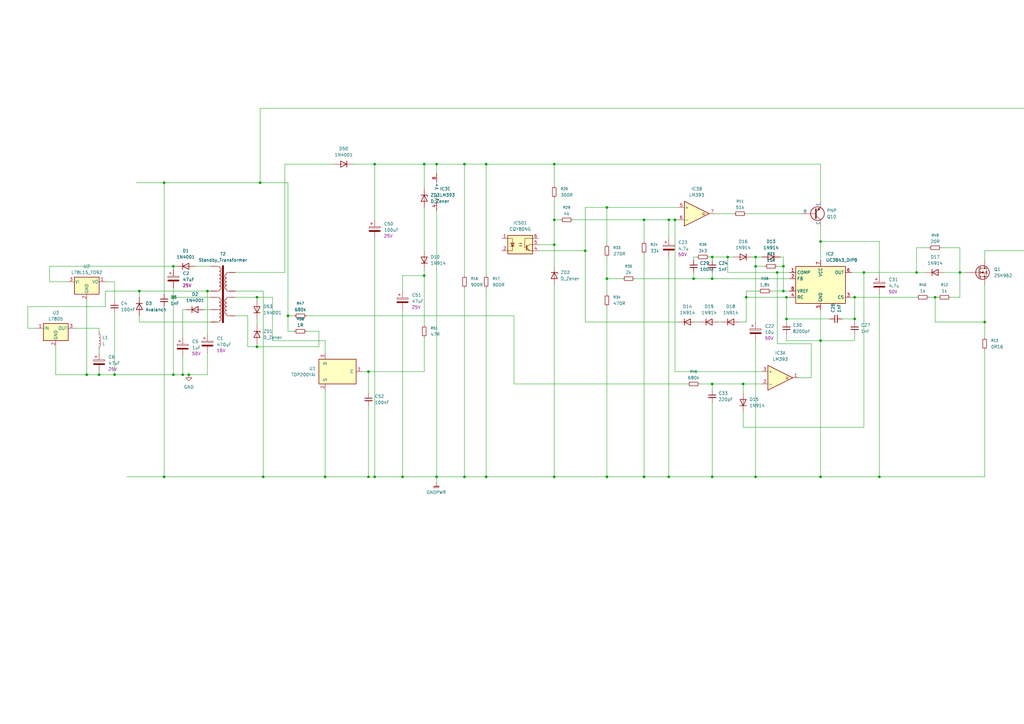
<source format=kicad_sch>
(kicad_sch (version 20250114) (generator "eeschema") (generator_version "9.0")
  (paper "A3")
  (junction (at 284.48 114.3))
  (junction (at 190.5 67.31))
  (junction (at 298.45 105.41))
  (junction (at 429.26 102.87))
  (junction (at 179.07 67.31))
  (junction (at 425.45 74.93))
  (junction (at 292.1 157.48))
  (junction (at 274.32 90.17))
  (junction (at 240.03 102.87))
  (junction (at 264.16 195.58))
  (junction (at 151.13 152.4))
  (junction (at 292.1 105.41))
  (junction (at 292.1 195.58))
  (junction (at 350.52 130.81))
  (junction (at 71.12 121.92))
  (junction (at 105.41 142.24))
  (junction (at 375.92 111.76))
  (junction (at 77.47 153.67))
  (junction (at 336.55 139.7))
  (junction (at 107.95 195.58))
  (junction (at 322.58 121.92))
  (junction (at 165.1 195.58))
  (junction (at 306.07 121.92))
  (junction (at 227.33 195.58))
  (junction (at 422.91 74.93))
  (junction (at 248.92 114.3))
  (junction (at 354.33 111.76))
  (junction (at 318.77 111.76))
  (junction (at 274.32 195.58))
  (junction (at 304.8 157.48))
  (junction (at 173.99 113.03))
  (junction (at 322.58 130.81))
  (junction (at 133.35 195.58))
  (junction (at 153.67 67.31))
  (junction (at 190.5 195.58))
  (junction (at 118.11 129.54))
  (junction (at 425.45 102.87))
  (junction (at 67.31 74.93))
  (junction (at 153.67 195.58))
  (junction (at 227.33 67.31))
  (junction (at 383.54 121.92))
  (junction (at 173.99 67.31))
  (junction (at 403.86 132.08))
  (junction (at 57.15 119.38))
  (junction (at 71.12 153.67))
  (junction (at 248.92 85.09))
  (junction (at 35.56 153.67))
  (junction (at 425.45 87.63))
  (junction (at 71.12 109.22))
  (junction (at 321.31 109.22))
  (junction (at 336.55 195.58))
  (junction (at 227.33 90.17))
  (junction (at 309.88 195.58))
  (junction (at 85.09 119.38))
  (junction (at 336.55 99.06))
  (junction (at 74.93 153.67))
  (junction (at 151.13 195.58))
  (junction (at 292.1 114.3))
  (junction (at 360.68 195.58))
  (junction (at 179.07 195.58))
  (junction (at 309.88 105.41))
  (junction (at 40.64 153.67))
  (junction (at 309.88 109.22))
  (junction (at 46.99 153.67))
  (junction (at 429.26 87.63))
  (junction (at 422.91 44.45))
  (junction (at 393.7 111.76))
  (junction (at 264.16 90.17))
  (junction (at 321.31 119.38))
  (junction (at 248.92 195.58))
  (junction (at 199.39 195.58))
  (junction (at 105.41 121.92))
  (junction (at 227.33 100.33))
  (junction (at 67.31 195.58))
  (junction (at 350.52 121.92))
  (junction (at 199.39 67.31))
  (junction (at 106.68 74.93))
  (junction (at 276.86 90.17))
  (wire (pts (xy 349.25 111.76) (xy 354.33 111.76)))
  (wire (pts (xy 322.58 121.92) (xy 322.58 130.81)))
  (wire (pts (xy 306.07 87.63) (xy 328.93 87.63)))
  (wire (pts (xy 80.01 109.22) (xy 86.36 109.22)))
  (wire (pts (xy 350.52 121.92) (xy 375.92 121.92)))
  (wire (pts (xy 354.33 111.76) (xy 375.92 111.76)))
  (wire (pts (xy 144.78 67.31) (xy 153.67 67.31)))
  (wire (pts (xy 240.03 102.87) (xy 220.98 102.87)))
  (wire (pts (xy 360.68 195.58) (xy 336.55 195.58)))
  (wire (pts (xy 403.86 132.08) (xy 403.86 138.43)))
  (wire (pts (xy 434.34 54.61) (xy 434.34 44.45)))
  (wire (pts (xy 313.69 109.22) (xy 309.88 109.22)))
  (wire (pts (xy 292.1 111.76) (xy 292.1 114.3)))
  (wire (pts (xy 71.12 118.11) (xy 71.12 121.92)))
  (wire (pts (xy 276.86 152.4) (xy 276.86 90.17)))
  (wire (pts (xy 287.02 157.48) (xy 292.1 157.48)))
  (wire (pts (xy 336.55 92.71) (xy 336.55 99.06)))
  (wire (pts (xy 403.86 195.58) (xy 360.68 195.58)))
  (wire (pts (xy 264.16 195.58) (xy 248.92 195.58)))
  (wire (pts (xy 96.52 119.38) (xy 107.95 119.38)))
  (wire (pts (xy 336.55 99.06) (xy 336.55 106.68)))
  (wire (pts (xy 67.31 74.93) (xy 67.31 120.65)))
  (wire (pts (xy 153.67 67.31) (xy 173.99 67.31)))
  (wire (pts (xy 422.91 44.45) (xy 422.91 74.93)))
  (wire (pts (xy 71.12 153.67) (xy 74.93 153.67)))
  (wire (pts (xy 227.33 100.33) (xy 220.98 100.33)))
  (wire (pts (xy 336.55 127) (xy 336.55 139.7)))
  (wire (pts (xy 57.15 129.54) (xy 57.15 132.08)))
  (wire (pts (xy 309.88 109.22) (xy 309.88 105.41)))
  (wire (pts (xy 383.54 121.92) (xy 384.81 121.92)))
  (wire (pts (xy 304.8 157.48) (xy 304.8 161.29)))
  (wire (pts (xy 274.32 105.41) (xy 274.32 195.58)))
  (wire (pts (xy 318.77 111.76) (xy 318.77 140.97)))
  (wire (pts (xy 96.52 129.54) (xy 101.6 129.54)))
  (wire (pts (xy 71.12 109.22) (xy 72.39 109.22)))
  (wire (pts (xy 20.32 109.22) (xy 20.32 115.57)))
  (wire (pts (xy 130.81 142.24) (xy 105.41 142.24)))
  (wire (pts (xy 284.48 114.3) (xy 292.1 114.3)))
  (wire (pts (xy 354.33 111.76) (xy 354.33 175.26)))
  (wire (pts (xy 292.1 195.58) (xy 309.88 195.58)))
  (wire (pts (xy 322.58 130.81) (xy 340.36 130.81)))
  (wire (pts (xy 321.31 109.22) (xy 321.31 119.38)))
  (wire (pts (xy 46.99 153.67) (xy 40.64 153.67)))
  (wire (pts (xy 179.07 195.58) (xy 179.07 86.36)))
  (wire (pts (xy 306.07 121.92) (xy 306.07 119.38)))
  (wire (pts (xy 298.45 105.41) (xy 292.1 105.41)))
  (wire (pts (xy 306.07 119.38) (xy 311.15 119.38)))
  (wire (pts (xy 292.1 105.41) (xy 292.1 106.68)))
  (wire (pts (xy 71.12 153.67) (xy 46.99 153.67)))
  (wire (pts (xy 120.65 135.89) (xy 118.11 135.89)))
  (wire (pts (xy 393.7 121.92) (xy 389.89 121.92)))
  (wire (pts (xy 304.8 157.48) (xy 292.1 157.48)))
  (wire (pts (xy 403.86 106.68) (xy 403.86 102.87)))
  (wire (pts (xy 309.88 109.22) (xy 309.88 132.08)))
  (wire (pts (xy 71.12 109.22) (xy 71.12 110.49)))
  (wire (pts (xy 309.88 105.41) (xy 312.42 105.41)))
  (wire (pts (xy 350.52 137.16) (xy 350.52 139.7)))
  (wire (pts (xy 332.74 140.97) (xy 332.74 154.94)))
  (wire (pts (xy 375.92 111.76) (xy 379.73 111.76)))
  (wire (pts (xy 429.26 102.87) (xy 433.07 102.87)))
  (wire (pts (xy 403.86 102.87) (xy 425.45 102.87)))
  (wire (pts (xy 308.61 105.41) (xy 309.88 105.41)))
  (wire (pts (xy 190.5 195.58) (xy 199.39 195.58)))
  (wire (pts (xy 264.16 90.17) (xy 264.16 99.06)))
  (wire (pts (xy 86.36 132.08) (xy 57.15 132.08)))
  (wire (pts (xy 165.1 195.58) (xy 179.07 195.58)))
  (wire (pts (xy 318.77 111.76) (xy 298.45 111.76)))
  (wire (pts (xy 40.64 143.51) (xy 40.64 144.78)))
  (wire (pts (xy 381 121.92) (xy 383.54 121.92)))
  (wire (pts (xy 360.68 120.65) (xy 360.68 195.58)))
  (wire (pts (xy 22.86 153.67) (xy 22.86 142.24)))
  (wire (pts (xy 227.33 81.28) (xy 227.33 90.17)))
  (wire (pts (xy 292.1 114.3) (xy 323.85 114.3)))
  (wire (pts (xy 96.52 111.76) (xy 116.84 111.76)))
  (wire (pts (xy 306.07 121.92) (xy 322.58 121.92)))
  (wire (pts (xy 116.84 67.31) (xy 137.16 67.31)))
  (wire (pts (xy 227.33 195.58) (xy 248.92 195.58)))
  (wire (pts (xy 105.41 142.24) (xy 101.6 142.24)))
  (wire (pts (xy 116.84 111.76) (xy 116.84 67.31)))
  (wire (pts (xy 85.09 153.67) (xy 85.09 144.78)))
  (wire (pts (xy 316.23 119.38) (xy 321.31 119.38)))
  (wire (pts (xy 360.68 99.06) (xy 360.68 113.03)))
  (wire (pts (xy 393.7 111.76) (xy 396.24 111.76)))
  (wire (pts (xy 393.7 111.76) (xy 393.7 121.92)))
  (wire (pts (xy 55.88 74.93) (xy 67.31 74.93)))
  (wire (pts (xy 111.76 121.92) (xy 111.76 139.7)))
  (wire (pts (xy 240.03 85.09) (xy 240.03 102.87)))
  (wire (pts (xy 321.31 105.41) (xy 321.31 109.22)))
  (wire (pts (xy 248.92 125.73) (xy 248.92 195.58)))
  (wire (pts (xy 381 101.6) (xy 375.92 101.6)))
  (wire (pts (xy 71.12 121.92) (xy 86.36 121.92)))
  (wire (pts (xy 287.02 132.08) (xy 285.75 132.08)))
  (wire (pts (xy 429.26 86.36) (xy 429.26 87.63)))
  (wire (pts (xy 284.48 105.41) (xy 284.48 106.68)))
  (wire (pts (xy 130.81 135.89) (xy 130.81 142.24)))
  (wire (pts (xy 312.42 157.48) (xy 304.8 157.48)))
  (wire (pts (xy 199.39 195.58) (xy 227.33 195.58)))
  (wire (pts (xy 303.53 132.08) (xy 306.07 132.08)))
  (wire (pts (xy 133.35 139.7) (xy 133.35 144.78)))
  (wire (pts (xy 173.99 110.49) (xy 173.99 113.03)))
  (wire (pts (xy 199.39 67.31) (xy 227.33 67.31)))
  (wire (pts (xy 422.91 113.03) (xy 433.07 113.03)))
  (wire (pts (xy 320.04 105.41) (xy 321.31 105.41)))
  (wire (pts (xy 227.33 90.17) (xy 229.87 90.17)))
  (wire (pts (xy 43.18 115.57) (xy 46.99 115.57)))
  (wire (pts (xy 30.48 134.62) (xy 40.64 134.62)))
  (wire (pts (xy 336.55 67.31) (xy 336.55 82.55)))
  (wire (pts (xy 118.11 129.54) (xy 118.11 74.93)))
  (wire (pts (xy 434.34 62.23) (xy 434.34 66.04)))
  (wire (pts (xy 111.76 139.7) (xy 133.35 139.7)))
  (wire (pts (xy 107.95 195.58) (xy 133.35 195.58)))
  (wire (pts (xy 77.47 153.67) (xy 85.09 153.67)))
  (wire (pts (xy 151.13 195.58) (xy 153.67 195.58)))
  (wire (pts (xy 151.13 152.4) (xy 151.13 161.29)))
  (wire (pts (xy 57.15 119.38) (xy 85.09 119.38)))
  (wire (pts (xy 71.12 121.92) (xy 71.12 153.67)))
  (wire (pts (xy 46.99 128.27) (xy 46.99 153.67)))
  (wire (pts (xy 52.07 195.58) (xy 67.31 195.58)))
  (wire (pts (xy 425.45 96.52) (xy 425.45 102.87)))
  (wire (pts (xy 274.32 195.58) (xy 264.16 195.58)))
  (wire (pts (xy 354.33 175.26) (xy 304.8 175.26)))
  (wire (pts (xy 173.99 85.09) (xy 173.99 102.87)))
  (wire (pts (xy 20.32 115.57) (xy 27.94 115.57)))
  (wire (pts (xy 67.31 195.58) (xy 107.95 195.58)))
  (wire (pts (xy 118.11 135.89) (xy 118.11 129.54)))
  (wire (pts (xy 106.68 74.93) (xy 118.11 74.93)))
  (wire (pts (xy 422.91 74.93) (xy 422.91 113.03)))
  (wire (pts (xy 383.54 132.08) (xy 403.86 132.08)))
  (wire (pts (xy 165.1 113.03) (xy 165.1 119.38)))
  (wire (pts (xy 350.52 139.7) (xy 336.55 139.7)))
  (wire (pts (xy 227.33 116.84) (xy 227.33 195.58)))
  (wire (pts (xy 190.5 67.31) (xy 199.39 67.31)))
  (wire (pts (xy 321.31 119.38) (xy 323.85 119.38)))
  (wire (pts (xy 101.6 142.24) (xy 101.6 129.54)))
  (wire (pts (xy 322.58 130.81) (xy 322.58 132.08)))
  (wire (pts (xy 387.35 111.76) (xy 393.7 111.76)))
  (wire (pts (xy 425.45 87.63) (xy 429.26 87.63)))
  (wire (pts (xy 43.18 119.38) (xy 57.15 119.38)))
  (wire (pts (xy 429.26 74.93) (xy 425.45 74.93)))
  (wire (pts (xy 227.33 67.31) (xy 336.55 67.31)))
  (wire (pts (xy 386.08 101.6) (xy 393.7 101.6)))
  (wire (pts (xy 96.52 121.92) (xy 105.41 121.92)))
  (wire (pts (xy 210.82 157.48) (xy 281.94 157.48)))
  (wire (pts (xy 260.35 114.3) (xy 284.48 114.3)))
  (wire (pts (xy 322.58 121.92) (xy 323.85 121.92)))
  (wire (pts (xy 240.03 102.87) (xy 240.03 132.08)))
  (wire (pts (xy 429.26 87.63) (xy 434.34 87.63)))
  (wire (pts (xy 179.07 195.58) (xy 179.07 198.12)))
  (wire (pts (xy 85.09 119.38) (xy 86.36 119.38)))
  (wire (pts (xy 264.16 90.17) (xy 274.32 90.17)))
  (wire (pts (xy 349.25 121.92) (xy 350.52 121.92)))
  (wire (pts (xy 298.45 111.76) (xy 298.45 105.41)))
  (wire (pts (xy 67.31 74.93) (xy 106.68 74.93)))
  (wire (pts (xy 336.55 139.7) (xy 336.55 195.58)))
  (wire (pts (xy 248.92 114.3) (xy 248.92 120.65)))
  (wire (pts (xy 345.44 130.81) (xy 350.52 130.81)))
  (wire (pts (xy 248.92 85.09) (xy 248.92 100.33)))
  (wire (pts (xy 240.03 132.08) (xy 278.13 132.08)))
  (wire (pts (xy 43.18 119.38) (xy 43.18 125.73)))
  (wire (pts (xy 350.52 121.92) (xy 350.52 130.81)))
  (wire (pts (xy 179.07 195.58) (xy 190.5 195.58)))
  (wire (pts (xy 74.93 146.05) (xy 74.93 153.67)))
  (wire (pts (xy 83.82 127) (xy 86.36 127)))
  (wire (pts (xy 290.83 105.41) (xy 292.1 105.41)))
  (wire (pts (xy 350.52 130.81) (xy 350.52 132.08)))
  (wire (pts (xy 74.93 127) (xy 74.93 138.43)))
  (wire (pts (xy 173.99 67.31) (xy 173.99 77.47)))
  (wire (pts (xy 153.67 67.31) (xy 153.67 90.17)))
  (wire (pts (xy 336.55 99.06) (xy 360.68 99.06)))
  (wire (pts (xy 322.58 139.7) (xy 336.55 139.7)))
  (wire (pts (xy 125.73 135.89) (xy 130.81 135.89)))
  (wire (pts (xy 106.68 44.45) (xy 422.91 44.45)))
  (wire (pts (xy 76.2 127) (xy 74.93 127)))
  (wire (pts (xy 210.82 157.48) (xy 210.82 129.54)))
  (wire (pts (xy 264.16 104.14) (xy 264.16 195.58)))
  (wire (pts (xy 199.39 118.11) (xy 199.39 195.58)))
  (wire (pts (xy 278.13 85.09) (xy 248.92 85.09)))
  (wire (pts (xy 11.43 134.62) (xy 15.24 134.62)))
  (wire (pts (xy 105.41 121.92) (xy 111.76 121.92)))
  (wire (pts (xy 179.07 67.31) (xy 190.5 67.31)))
  (wire (pts (xy 46.99 115.57) (xy 46.99 123.19)))
  (wire (pts (xy 173.99 113.03) (xy 165.1 113.03)))
  (wire (pts (xy 20.32 109.22) (xy 71.12 109.22)))
  (wire (pts (xy 434.34 73.66) (xy 434.34 87.63)))
  (wire (pts (xy 403.86 143.51) (xy 403.86 195.58)))
  (wire (pts (xy 429.26 87.63) (xy 429.26 90.17)))
  (wire (pts (xy 190.5 118.11) (xy 190.5 195.58)))
  (wire (pts (xy 179.07 71.12) (xy 179.07 67.31)))
  (wire (pts (xy 429.26 81.28) (xy 429.26 74.93)))
  (wire (pts (xy 151.13 152.4) (xy 173.99 152.4)))
  (wire (pts (xy 227.33 90.17) (xy 227.33 100.33)))
  (wire (pts (xy 312.42 152.4) (xy 276.86 152.4)))
  (wire (pts (xy 148.59 152.4) (xy 151.13 152.4)))
  (wire (pts (xy 309.88 195.58) (xy 336.55 195.58)))
  (wire (pts (xy 173.99 67.31) (xy 179.07 67.31)))
  (wire (pts (xy 153.67 97.79) (xy 153.67 195.58)))
  (wire (pts (xy 105.41 140.97) (xy 105.41 142.24)))
  (wire (pts (xy 274.32 90.17) (xy 274.32 97.79)))
  (wire (pts (xy 304.8 175.26) (xy 304.8 168.91)))
  (wire (pts (xy 332.74 154.94) (xy 327.66 154.94)))
  (wire (pts (xy 173.99 152.4) (xy 173.99 138.43)))
  (wire (pts (xy 85.09 137.16) (xy 85.09 119.38)))
  (wire (pts (xy 429.26 97.79) (xy 429.26 102.87)))
  (wire (pts (xy 199.39 67.31) (xy 199.39 113.03)))
  (wire (pts (xy 425.45 91.44) (xy 425.45 87.63)))
  (wire (pts (xy 309.88 139.7) (xy 309.88 195.58)))
  (wire (pts (xy 118.11 129.54) (xy 120.65 129.54)))
  (wire (pts (xy 375.92 101.6) (xy 375.92 111.76)))
  (wire (pts (xy 74.93 153.67) (xy 77.47 153.67)))
  (wire (pts (xy 227.33 67.31) (xy 227.33 76.2)))
  (wire (pts (xy 425.45 83.82) (xy 425.45 87.63)))
  (wire (pts (xy 403.86 132.08) (xy 403.86 116.84)))
  (wire (pts (xy 293.37 87.63) (xy 300.99 87.63)))
  (wire (pts (xy 173.99 113.03) (xy 173.99 133.35)))
  (wire (pts (xy 292.1 157.48) (xy 292.1 160.02)))
  (wire (pts (xy 295.91 132.08) (xy 294.64 132.08)))
  (wire (pts (xy 425.45 74.93) (xy 425.45 78.74)))
  (wire (pts (xy 67.31 125.73) (xy 67.31 195.58)))
  (wire (pts (xy 133.35 160.02) (xy 133.35 195.58)))
  (wire (pts (xy 248.92 85.09) (xy 240.03 85.09)))
  (wire (pts (xy 248.92 114.3) (xy 255.27 114.3)))
  (wire (pts (xy 425.45 102.87) (xy 429.26 102.87)))
  (wire (pts (xy 105.41 130.81) (xy 105.41 133.35)))
  (wire (pts (xy 165.1 127) (xy 165.1 195.58)))
  (wire (pts (xy 248.92 105.41) (xy 248.92 114.3)))
  (wire (pts (xy 306.07 121.92) (xy 306.07 132.08)))
  (wire (pts (xy 393.7 101.6) (xy 393.7 111.76)))
  (wire (pts (xy 292.1 165.1) (xy 292.1 195.58)))
  (wire (pts (xy 40.64 134.62) (xy 40.64 135.89)))
  (wire (pts (xy 383.54 121.92) (xy 383.54 132.08)))
  (wire (pts (xy 274.32 90.17) (xy 276.86 90.17)))
  (wire (pts (xy 318.77 109.22) (xy 321.31 109.22)))
  (wire (pts (xy 35.56 153.67) (xy 22.86 153.67)))
  (wire (pts (xy 227.33 100.33) (xy 227.33 109.22)))
  (wire (pts (xy 57.15 119.38) (xy 57.15 121.92)))
  (wire (pts (xy 43.18 125.73) (xy 11.43 125.73)))
  (wire (pts (xy 153.67 195.58) (xy 165.1 195.58)))
  (wire (pts (xy 107.95 119.38) (xy 107.95 195.58)))
  (wire (pts (xy 210.82 129.54) (xy 125.73 129.54)))
  (wire (pts (xy 35.56 153.67) (xy 35.56 123.19)))
  (wire (pts (xy 133.35 195.58) (xy 151.13 195.58)))
  (wire (pts (xy 318.77 140.97) (xy 332.74 140.97)))
  (wire (pts (xy 434.34 44.45) (xy 422.91 44.45)))
  (wire (pts (xy 284.48 111.76) (xy 284.48 114.3)))
  (wire (pts (xy 11.43 125.73) (xy 11.43 134.62)))
  (wire (pts (xy 285.75 105.41) (xy 284.48 105.41)))
  (wire (pts (xy 425.45 74.93) (xy 422.91 74.93)))
  (wire (pts (xy 274.32 195.58) (xy 292.1 195.58)))
  (wire (pts (xy 151.13 166.37) (xy 151.13 195.58)))
  (wire (pts (xy 106.68 74.93) (xy 106.68 44.45)))
  (wire (pts (xy 276.86 90.17) (xy 278.13 90.17)))
  (wire (pts (xy 105.41 121.92) (xy 105.41 123.19)))
  (wire (pts (xy 234.95 90.17) (xy 264.16 90.17)))
  (wire (pts (xy 322.58 137.16) (xy 322.58 139.7)))
  (wire (pts (xy 190.5 67.31) (xy 190.5 113.03)))
  (wire (pts (xy 40.64 153.67) (xy 35.56 153.67)))
  (wire (pts (xy 298.45 105.41) (xy 300.99 105.41)))
  (wire (pts (xy 40.64 152.4) (xy 40.64 153.67)))
  (wire (pts (xy 323.85 111.76) (xy 318.77 111.76)))
  (symbol (lib_id "Diode:1N914") (at 429.26 93.98 270) (unit 1)
    (property "Reference" "D9" (at 431.8 92.7099 90) (effects (justify left)))
    (property "Value" "Avalanch" (at 431.8 95.2499 90) (effects (justify left)))
    (property "Footprint" "Diode_THT:D_DO-35_SOD27_P7.62mm_Horizontal" (effects (hide yes)))
    (property "Datasheet" "http://www.vishay.com/docs/85622/1n914.pdf" (effects (hide yes)))
    (property "Description" "100V 0.3A Small Signal Fast Switching Diode, DO-35" (effects (hide yes)))
    (property "Sim.Device" "D" (effects (hide yes)))
    (property "Sim.Pins" "1=K 2=A" (effects (hide yes)))
  )
  (symbol (lib_id "Device:C_Small") (at 350.52 134.62 0) (unit 1)
    (property "Reference" "C27" (at 353.06 133.3562 0) (effects (justify left)))
    (property "Value" "1nF" (at 353.06 135.8962 0) (effects (justify left)))
    (property "Footprint" "Capacitor_THT:C_Disc_D5.0mm_W2.5mm_P5.00mm" (effects (hide yes)))
    (property "Description" "Unpolarized capacitor, small symbol" (effects (hide yes)))
  )
  (symbol (lib_id "Device:R_Small") (at 403.86 140.97 0) (unit 1)
    (property "Reference" "R13" (at 406.4 139.6999 0) (effects (font (size 1.016 1.016)) (justify left)))
    (property "Value" "0R16" (at 406.4 142.2399 0) (effects (justify left)))
    (property "Footprint" "Resistor_THT:R_Axial_DIN0516_L15.5mm_D5.0mm_P5.08mm_Vertical" (effects (hide yes)))
    (property "Description" "Resistor, small symbol" (effects (hide yes)))
  )
  (symbol (lib_id "Device:R_Small") (at 173.99 135.89 180) (unit 1)
    (property "Reference" "R51" (at 176.53 134.6199 0) (effects (font (size 1.016 1.016)) (justify right)))
    (property "Value" "47R" (at 176.53 137.1599 0) (effects (justify right)))
    (property "Footprint" "Resistor_THT:R_Axial_DIN0204_L3.6mm_D1.6mm_P7.62mm_Horizontal" (effects (hide yes)))
    (property "Description" "Resistor, small symbol" (effects (hide yes)))
  )
  (symbol (lib_id "Device:R_Small") (at 248.92 102.87 180) (unit 1)
    (property "Reference" "R33" (at 251.46 101.5999 0) (effects (font (size 1.016 1.016)) (justify right)))
    (property "Value" "270R" (at 251.46 104.1399 0) (effects (justify right)))
    (property "Footprint" "Resistor_THT:R_Axial_DIN0204_L3.6mm_D1.6mm_P7.62mm_Horizontal" (effects (hide yes)))
    (property "Description" "Resistor, small symbol" (effects (hide yes)))
  )
  (symbol (lib_id "power:GND") (at 77.47 153.67 0) (unit 1)
    (property "Reference" "#PWR02" (effects (hide yes)))
    (property "Value" "GND" (at 77.47 158.75 0))
    (property "Description" "Power symbol creates a global label with name \"GND\" , ground" (effects (hide yes)))
  )
  (symbol (lib_id "Component:PNP-ECB") (at 334.01 87.63 0) (mirror x) (unit 1)
    (property "Reference" "Q10" (at 339.09 88.9001 0) (effects (justify left)))
    (property "Value" "PNP" (at 339.09 86.3601 0) (effects (justify left)))
    (property "Footprint" "Package_TO_SOT_THT:TO-92L_Inline_Wide" (effects (hide yes)))
    (property "Datasheet" "https://ngspice.sourceforge.io/docs/ngspice-html-manual/manual.xhtml#cha_BJTs" (effects (hide yes)))
    (property "Description" "Bipolar transistor symbol for simulation only, substrate tied to the emitter" (effects (hide yes)))
    (property "Sim.Device" "PNP" (effects (hide yes)))
    (property "Sim.Type" "GUMMELPOON" (effects (hide yes)))
    (property "Sim.Pins" "1=C 2=B 3=E" (effects (hide yes)))
  )
  (symbol (lib_id "Device:C_Small") (at 292.1 109.22 0) (unit 1)
    (property "Reference" "C24" (at 294.64 107.9562 0) (effects (justify left)))
    (property "Value" "1nF" (at 294.64 110.4962 0) (effects (justify left)))
    (property "Footprint" "Capacitor_THT:C_Disc_D5.0mm_W2.5mm_P5.00mm" (effects (hide yes)))
    (property "Description" "Unpolarized capacitor, small symbol" (effects (hide yes)))
  )
  (symbol (lib_id "Diode:1N914") (at 173.99 106.68 90) (unit 1)
    (property "Reference" "D10" (at 176.53 105.4099 90) (effects (justify right)))
    (property "Value" "1N914" (at 176.53 107.9499 90) (effects (justify right)))
    (property "Footprint" "Diode_THT:D_DO-35_SOD27_P7.62mm_Horizontal" (effects (hide yes)))
    (property "Datasheet" "http://www.vishay.com/docs/85622/1n914.pdf" (effects (hide yes)))
    (property "Description" "100V 0.3A Small Signal Fast Switching Diode, DO-35" (effects (hide yes)))
    (property "Sim.Device" "D" (effects (hide yes)))
    (property "Sim.Pins" "1=K 2=A" (effects (hide yes)))
  )
  (symbol (lib_id "Device:R_Small") (at 264.16 101.6 180) (unit 1)
    (property "Reference" "R24" (at 266.7 100.3299 0) (effects (font (size 1.016 1.016)) (justify right)))
    (property "Value" "33k" (at 266.7 102.8699 0) (effects (justify right)))
    (property "Footprint" "MiniRes:R_Axial_Tiny" (effects (hide yes)))
    (property "Description" "Resistor, small symbol" (effects (hide yes)))
  )
  (symbol (lib_id "Device:R_Small") (at 313.69 119.38 270) (unit 1)
    (property "Reference" "R38" (at 313.69 114.3 90) (effects (font (size 1.016 1.016))))
    (property "Value" "1.8k" (at 313.69 116.84 90))
    (property "Footprint" "Resistor_THT:R_Axial_DIN0204_L3.6mm_D1.6mm_P7.62mm_Horizontal" (effects (hide yes)))
    (property "Description" "Resistor, small symbol" (effects (hide yes)))
  )
  (symbol (lib_id "Regulator_Controller:UC3843_DIP8") (at 336.55 116.84 0) (unit 1)
    (property "Reference" "IC2" (at 338.6933 104.14 0) (effects (justify left)))
    (property "Value" "UC3843_DIP8" (at 338.6933 106.68 0) (effects (justify left)))
    (property "Footprint" "Package_DIP:DIP-8_W7.62mm" (effects (hide yes)))
    (property "Datasheet" "http://www.ti.com/lit/ds/symlink/uc3842.pdf" (effects (hide yes)))
    (property "Description" "Current-Mode PWM Controllers, 100% Duty Cycle, 8.4V/7.6V UVLO, PDIP-8" (effects (hide yes)))
  )
  (symbol (lib_id "Device:C_Small") (at 425.45 93.98 0) (unit 1)
    (property "Reference" "C11" (at 422.402 92.71 0) (effects (justify left)))
    (property "Value" "220pF" (at 421.132 95.504 0) (effects (justify left)))
    (property "Footprint" "Capacitor_THT:C_Disc_D5.0mm_W2.5mm_P5.00mm" (effects (hide yes)))
    (property "Description" "Unpolarized capacitor, small symbol" (effects (hide yes)))
  )
  (symbol (lib_id "Isolator:4N35") (at 213.36 100.33 0) (unit 1)
    (property "Reference" "IC501" (at 213.36 91.44 0))
    (property "Value" "CQY80NG" (at 213.36 93.98 0))
    (property "Footprint" "Package_DIP:DIP-6_W7.62mm" (effects (hide yes)))
    (property "Datasheet" "https://www.vishay.com/docs/81181/4n35.pdf" (effects (hide yes)))
    (property "Description" "Optocoupler, Phototransistor Output, with Base Connection, Vce 70V, CTR 100%, Viso 5000V, DIP6" (effects (hide yes)))
  )
  (symbol (lib_id "Diode:1N914") (at 290.83 132.08 0) (mirror x) (unit 1)
    (property "Reference" "D19" (at 290.83 125.73 0))
    (property "Value" "1N914" (at 290.83 128.27 0))
    (property "Footprint" "Diode_THT:D_DO-35_SOD27_P7.62mm_Horizontal" (effects (hide yes)))
    (property "Datasheet" "http://www.vishay.com/docs/85622/1n914.pdf" (effects (hide yes)))
    (property "Description" "100V 0.3A Small Signal Fast Switching Diode, DO-35" (effects (hide yes)))
    (property "Sim.Device" "D" (effects (hide yes)))
    (property "Sim.Pins" "1=K 2=A" (effects (hide yes)))
  )
  (symbol (lib_id "Device:D_Zener") (at 227.33 113.03 270) (unit 1)
    (property "Reference" "ZD2" (at 229.87 111.7599 90) (effects (justify left)))
    (property "Value" "D_Zener" (at 229.87 114.2999 90) (effects (justify left)))
    (property "Footprint" "Diode_THT:D_DO-41_SOD81_P7.62mm_Horizontal" (effects (hide yes)))
    (property "Description" "Zener diode" (effects (hide yes)))
  )
  (symbol (lib_id "Device:C_Small") (at 342.9 130.81 90) (unit 1)
    (property "Reference" "C26" (at 341.6362 128.27 0) (effects (justify left)))
    (property "Value" "1nF" (at 344.1762 128.27 0) (effects (justify left)))
    (property "Footprint" "Capacitor_THT:C_Disc_D5.0mm_W2.5mm_P5.00mm" (effects (hide yes)))
    (property "Description" "Unpolarized capacitor, small symbol" (effects (hide yes)))
  )
  (symbol (lib_id "Device:C_Small") (at 425.45 81.28 0) (unit 1)
    (property "Reference" "C10" (at 422.402 80.01 0) (effects (justify left)))
    (property "Value" "4700pF" (at 421.132 82.804 0) (effects (justify left)))
    (property "Footprint" "Capacitor_THT:C_Disc_D7.5mm_W5.0mm_P7.50mm" (effects (hide yes)))
    (property "Description" "Unpolarized capacitor, small symbol" (effects (hide yes)))
  )
  (symbol (lib_id "Device:C_Polarized") (at 40.64 148.59 0) (unit 1)
    (property "Reference" "C6" (at 44.45 146.4309 0) (effects (justify left)))
    (property "Value" "47uF" (at 44.45 148.9709 0) (effects (justify left)))
    (property "Footprint" "Capacitor_THT:CP_Radial_D8.0mm_P5.00mm" (effects (hide yes)))
    (property "Voltage" "25V" (at 46.228 151.384 0))
  )
  (symbol (lib_id "Diode:1N914") (at 57.15 125.73 270) (unit 1)
    (property "Reference" "D3" (at 59.69 124.4599 90) (effects (justify left)))
    (property "Value" "Avalanch" (at 59.69 126.9999 90) (effects (justify left)))
    (property "Footprint" "Diode_THT:D_DO-35_SOD27_P7.62mm_Horizontal" (effects (hide yes)))
    (property "Datasheet" "http://www.vishay.com/docs/85622/1n914.pdf" (effects (hide yes)))
    (property "Description" "100V 0.3A Small Signal Fast Switching Diode, DO-35" (effects (hide yes)))
    (property "Sim.Device" "D" (effects (hide yes)))
    (property "Sim.Pins" "1=K 2=A" (effects (hide yes)))
  )
  (symbol (lib_id "Comparator:LM393") (at 285.75 87.63 0) (unit 2)
    (property "Reference" "IC3" (at 285.75 77.47 0))
    (property "Value" "LM393" (at 285.75 80.01 0))
    (property "Footprint" "Package_DIP:DIP-8_W7.62mm" (effects (hide yes)))
    (property "Datasheet" "http://www.ti.com/lit/ds/symlink/lm393.pdf" (effects (hide yes)))
    (property "Description" "Low-Power, Low-Offset Voltage, Dual Comparators, DIP-8/SOIC-8/TO-99-8" (effects (hide yes)))
  )
  (symbol (lib_id "Device:R_Small") (at 383.54 101.6 270) (unit 1)
    (property "Reference" "R49" (at 383.54 96.52 90) (effects (font (size 1.016 1.016))))
    (property "Value" "20R" (at 383.54 99.06 90))
    (property "Footprint" "Resistor_THT:R_Axial_DIN0204_L3.6mm_D1.6mm_P7.62mm_Horizontal" (effects (hide yes)))
    (property "Description" "Resistor, small symbol" (effects (hide yes)))
  )
  (symbol (lib_id "Device:C_Polarized") (at 153.67 93.98 0) (unit 1)
    (property "Reference" "C50" (at 157.48 91.8209 0) (effects (justify left)))
    (property "Value" "100uF" (at 157.48 94.3609 0) (effects (justify left)))
    (property "Footprint" "Capacitor_THT:CP_Radial_Tantal_D5.5mm_P5.00mm" (effects (hide yes)))
    (property "Voltage" "25V" (at 159.258 96.774 0))
  )
  (symbol (lib_id "Device:C_Polarized") (at 309.88 135.89 0) (unit 1)
    (property "Reference" "C22" (at 313.69 133.7309 0) (effects (justify left)))
    (property "Value" "10u" (at 313.69 136.2709 0) (effects (justify left)))
    (property "Footprint" "Capacitor_THT:CP_Radial_Tantal_D5.5mm_P5.00mm" (effects (hide yes)))
    (property "Voltage" "50V" (at 315.468 138.684 0))
  )
  (symbol (lib_id "Device:R_Small") (at 257.81 114.3 270) (unit 1)
    (property "Reference" "R35" (at 257.81 109.22 90) (effects (font (size 1.016 1.016))))
    (property "Value" "2k" (at 257.81 111.76 90))
    (property "Footprint" "MiniRes:R_Axial_Tiny" (effects (hide yes)))
    (property "Description" "Resistor, small symbol" (effects (hide yes)))
  )
  (symbol (lib_id "Device:C_Small") (at 67.31 123.19 0) (unit 1)
    (property "Reference" "C3" (at 69.85 121.9262 0) (effects (justify left)))
    (property "Value" "1nF" (at 69.85 124.4662 0) (effects (justify left)))
    (property "Footprint" "Capacitor_THT:C_Disc_D12.5mm_W5.0mm_P10.00mm" (effects (hide yes)))
    (property "Description" "Unpolarized capacitor, small symbol" (effects (hide yes)))
  )
  (symbol (lib_id "Device:C_Small") (at 322.58 134.62 0) (unit 1)
    (property "Reference" "C30" (at 325.12 133.3562 0) (effects (justify left)))
    (property "Value" "8200pF" (at 325.12 135.8962 0) (effects (justify left)))
    (property "Footprint" "Capacitor_THT:C_Disc_D5.0mm_W2.5mm_P5.00mm" (effects (hide yes)))
    (property "Description" "Unpolarized capacitor, small symbol" (effects (hide yes)))
  )
  (symbol (lib_id "Device:R_Small") (at 378.46 121.92 270) (unit 1)
    (property "Reference" "R40" (at 378.46 116.84 90) (effects (font (size 1.016 1.016))))
    (property "Value" "1k" (at 378.46 119.38 90))
    (property "Footprint" "Resistor_THT:R_Axial_DIN0204_L3.6mm_D1.6mm_P7.62mm_Horizontal" (effects (hide yes)))
    (property "Description" "Resistor, small symbol" (effects (hide yes)))
  )
  (symbol (lib_id "Device:C_Polarized") (at 85.09 140.97 0) (unit 1)
    (property "Reference" "C1" (at 88.9 138.8109 0) (effects (justify left)))
    (property "Value" "470uF" (at 88.9 141.3509 0) (effects (justify left)))
    (property "Footprint" "Capacitor_THT:CP_Radial_D8.0mm_P5.00mm" (effects (hide yes)))
    (property "Voltage" "16V" (at 90.678 143.764 0))
  )
  (symbol (lib_id "Connector:Conn_01x16_Pin") (at -16.51 153.67 0) (unit 1)
    (property "Reference" "J1" (at -15.875 130.81 0))
    (property "Value" "Conn_01x16_Pin" (at -15.875 133.35 0))
    (property "Footprint" "MysteryModule:MysteryModule" (effects (hide yes)))
    (property "Description" "Generic connector, single row, 01x16, script generated" (effects (hide yes)))
  )
  (symbol (lib_id "Device:R_Small") (at 199.39 115.57 180) (unit 1)
    (property "Reference" "R17" (at 201.93 114.2999 0) (effects (font (size 1.016 1.016)) (justify right)))
    (property "Value" "900R" (at 201.93 116.8399 0) (effects (justify right)))
    (property "Footprint" "Resistor_THT:R_Axial_DIN0207_L6.3mm_D2.5mm_P5.08mm_Vertical" (effects (hide yes)))
    (property "Description" "Resistor, small symbol" (effects (hide yes)))
  )
  (symbol (lib_id "Comparator:LM393") (at 320.04 154.94 0) (unit 1)
    (property "Reference" "IC3" (at 320.04 144.78 0))
    (property "Value" "LM393" (at 320.04 147.32 0))
    (property "Footprint" "Package_DIP:DIP-8_W7.62mm" (effects (hide yes)))
    (property "Datasheet" "http://www.ti.com/lit/ds/symlink/lm393.pdf" (effects (hide yes)))
    (property "Description" "Low-Power, Low-Offset Voltage, Dual Comparators, DIP-8/SOIC-8/TO-99-8" (effects (hide yes)))
  )
  (symbol (lib_id "Component:MP-130B") (at 438.15 107.95 0) (unit 1)
    (property "Reference" "T1" (at 438.15 85.09 0))
    (property "Value" "MP-130B" (at 438.15 87.63 0))
    (property "Footprint" "Transformers:MP-130B" (effects (hide yes)))
    (property "Description" "Transformer 1 pri 3 sec" (effects (hide yes)))
  )
  (symbol (lib_id "Device:C_Polarized") (at 165.1 123.19 0) (unit 1)
    (property "Reference" "C51" (at 168.91 121.0309 0) (effects (justify left)))
    (property "Value" "47uF" (at 168.91 123.5709 0) (effects (justify left)))
    (property "Footprint" "Capacitor_THT:CP_Radial_Tantal_D5.5mm_P5.00mm" (effects (hide yes)))
    (property "Voltage" "25V" (at 170.688 125.984 0))
  )
  (symbol (lib_id "Device:R_Small") (at 190.5 115.57 180) (unit 1)
    (property "Reference" "R16" (at 193.04 114.2999 0) (effects (font (size 1.016 1.016)) (justify right)))
    (property "Value" "900R" (at 193.04 116.8399 0) (effects (justify right)))
    (property "Footprint" "Resistor_THT:R_Axial_DIN0207_L6.3mm_D2.5mm_P5.08mm_Vertical" (effects (hide yes)))
    (property "Description" "Resistor, small symbol" (effects (hide yes)))
  )
  (symbol (lib_id "Device:R_Small") (at 288.29 105.41 270) (unit 1)
    (property "Reference" "R39" (at 288.29 100.33 90) (effects (font (size 1.016 1.016))))
    (property "Value" "3k3" (at 288.29 102.87 90))
    (property "Footprint" "MiniRes:R_Axial_Tiny" (effects (hide yes)))
    (property "Description" "Resistor, small symbol" (effects (hide yes)))
  )
  (symbol (lib_id "Component:Standby_Transformer") (at 91.44 121.92 0) (unit 1)
    (property "Reference" "T2" (at 91.44 104.14 0))
    (property "Value" "Standby_Transformer" (at 91.44 106.68 0))
    (property "Footprint" "Transformer_THT:Transformer_Myrra_EF20_7408x" (effects (hide yes)))
  )
  (symbol (lib_id "Diode:1N914") (at 299.72 132.08 0) (mirror x) (unit 1)
    (property "Reference" "D18" (at 299.72 125.73 0))
    (property "Value" "1N914" (at 299.72 128.27 0))
    (property "Footprint" "Diode_THT:D_DO-35_SOD27_P10.16mm_Horizontal" (effects (hide yes)))
    (property "Datasheet" "http://www.vishay.com/docs/85622/1n914.pdf" (effects (hide yes)))
    (property "Description" "100V 0.3A Small Signal Fast Switching Diode, DO-35" (effects (hide yes)))
    (property "Sim.Device" "D" (effects (hide yes)))
    (property "Sim.Pins" "1=K 2=A" (effects (hide yes)))
  )
  (symbol (lib_id "Device:R_Small") (at 123.19 129.54 90) (mirror x) (unit 1)
    (property "Reference" "R47" (at 123.19 124.46 90) (effects (font (size 1.016 1.016))))
    (property "Value" "680k" (at 123.19 127 90))
    (property "Footprint" "MiniRes:R_Axial_Tiny" (effects (hide yes)))
    (property "Description" "Resistor, small symbol" (effects (hide yes)))
  )
  (symbol (lib_id "power:GNDPWR") (at 179.07 198.12 0) (unit 1)
    (property "Reference" "#PWR01" (effects (hide yes)))
    (property "Value" "GNDPWR" (at 178.943 201.93 0))
    (property "Description" "Power symbol creates a global label with name \"GNDPWR\" , global ground" (effects (hide yes)))
  )
  (symbol (lib_id "Device:D_Zener") (at 434.34 58.42 90) (unit 1)
    (property "Reference" "ZD6" (at 431.8 59.6901 90) (effects (justify left)))
    (property "Value" "D_Zener" (at 431.8 57.1501 90) (effects (justify left)))
    (property "Footprint" "Diode_THT:D_DO-41_SOD81_P5.08mm_Vertical_KathodeUp" (effects (hide yes)))
    (property "Description" "Zener diode" (effects (hide yes)))
  )
  (symbol (lib_id "Comparator:LM393") (at 181.61 78.74 0) (unit 3)
    (property "Reference" "IC3" (at 180.34 77.4699 0) (effects (justify left)))
    (property "Value" "LM393" (at 180.34 80.0099 0) (effects (justify left)))
    (property "Footprint" "Package_DIP:DIP-8_W7.62mm" (effects (hide yes)))
    (property "Datasheet" "http://www.ti.com/lit/ds/symlink/lm393.pdf" (effects (hide yes)))
    (property "Description" "Low-Power, Low-Offset Voltage, Dual Comparators, DIP-8/SOIC-8/TO-99-8" (effects (hide yes)))
  )
  (symbol (lib_id "Device:C_Polarized") (at 74.93 142.24 0) (unit 1)
    (property "Reference" "C5" (at 78.74 140.0809 0) (effects (justify left)))
    (property "Value" "1uF" (at 78.74 142.6209 0) (effects (justify left)))
    (property "Footprint" "Capacitor_THT:CP_Radial_D8.0mm_P5.00mm" (effects (hide yes)))
    (property "Voltage" "50V" (at 80.518 145.034 0))
  )
  (symbol (lib_id "Diode:1N4001") (at 140.97 67.31 180) (unit 1)
    (property "Reference" "D50" (at 140.97 60.96 0))
    (property "Value" "1N4001" (at 140.97 63.5 0))
    (property "Footprint" "Diode_THT:D_DO-201AD_P5.08mm_Vertical_KathodeUp" (effects (hide yes)))
    (property "Datasheet" "http://www.vishay.com/docs/88503/1n4001.pdf" (effects (hide yes)))
    (property "Description" "50V 1A General Purpose Rectifier Diode, DO-41" (effects (hide yes)))
    (property "Sim.Device" "D" (effects (hide yes)))
    (property "Sim.Pins" "1=K 2=A" (effects (hide yes)))
  )
  (symbol (lib_id "Device:R_Small") (at 429.26 83.82 0) (unit 1)
    (property "Reference" "R1" (at 431.8 82.5499 0) (effects (font (size 1.016 1.016)) (justify left)))
    (property "Value" "20R" (at 431.8 85.0899 0) (effects (justify left)))
    (property "Footprint" "Resistor_THT:R_Radial_Power_L16.1mm_W9.0mm_P7.37mm" (effects (hide yes)))
    (property "Description" "Resistor, small symbol" (effects (hide yes)))
  )
  (symbol (lib_id "Regulator_Linear:L78L15_TO92") (at 35.56 115.57 0) (unit 1)
    (property "Reference" "U2" (at 35.56 109.22 0))
    (property "Value" "L78L15_TO92" (at 35.56 111.76 0))
    (property "Footprint" "Package_TO_SOT_THT:TO-92_Inline_Wide" (effects (hide yes)))
    (property "Datasheet" "http://www.st.com/content/ccc/resource/technical/document/datasheet/15/55/e5/aa/23/5b/43/fd/CD00000446.pdf/files/CD00000446.pdf/jcr:content/translations/en.CD00000446.pdf" (effects (hide yes)))
    (property "Description" "Positive 100mA 30V Linear Regulator, Fixed Output 15V, TO-92" (effects (hide yes)))
  )
  (symbol (lib_id "Device:D_Zener") (at 434.34 69.85 90) (unit 1)
    (property "Reference" "ZD7" (at 431.8 71.1201 90) (effects (justify left)))
    (property "Value" "D_Zener" (at 431.8 68.5801 90) (effects (justify left)))
    (property "Footprint" "Diode_THT:D_DO-41_SOD81_P10.16mm_Horizontal" (effects (hide yes)))
    (property "Description" "Zener diode" (effects (hide yes)))
  )
  (symbol (lib_id "Device:C_Small") (at 292.1 162.56 0) (unit 1)
    (property "Reference" "C33" (at 294.64 161.2962 0) (effects (justify left)))
    (property "Value" "220pF" (at 294.64 163.8362 0) (effects (justify left)))
    (property "Footprint" "Capacitor_THT:C_Disc_D5.0mm_W2.5mm_P5.00mm" (effects (hide yes)))
    (property "Description" "Unpolarized capacitor, small symbol" (effects (hide yes)))
  )
  (symbol (lib_id "Device:R_Small") (at 248.92 123.19 180) (unit 1)
    (property "Reference" "R34" (at 251.46 121.9199 0) (effects (font (size 1.016 1.016)) (justify right)))
    (property "Value" "470R" (at 251.46 124.4599 0) (effects (justify right)))
    (property "Footprint" "Resistor_THT:R_Axial_DIN0204_L3.6mm_D1.6mm_P7.62mm_Horizontal" (effects (hide yes)))
    (property "Description" "Resistor, small symbol" (effects (hide yes)))
  )
  (symbol (lib_id "Device:R_Small") (at 316.23 109.22 270) (unit 1)
    (property "Reference" "R37" (at 316.23 104.14 90) (effects (font (size 1.016 1.016))))
    (property "Value" "15k" (at 316.23 106.68 90))
    (property "Footprint" "Resistor_THT:R_Axial_DIN0204_L3.6mm_D1.6mm_P7.62mm_Horizontal" (effects (hide yes)))
    (property "Description" "Resistor, small symbol" (effects (hide yes)))
  )
  (symbol (lib_id "Device:C_Small") (at 151.13 163.83 0) (unit 1)
    (property "Reference" "C52" (at 153.67 162.5662 0) (effects (justify left)))
    (property "Value" "100nF" (at 153.67 165.1062 0) (effects (justify left)))
    (property "Footprint" "Capacitor_THT:C_Disc_D5.0mm_W2.5mm_P5.00mm" (effects (hide yes)))
    (property "Description" "Unpolarized capacitor, small symbol" (effects (hide yes)))
  )
  (symbol (lib_id "Device:L") (at 40.64 139.7 0) (unit 1)
    (property "Reference" "L1" (at 41.91 138.4299 0) (effects (justify left)))
    (property "Value" "L" (at 41.91 140.9699 0) (effects (justify left)))
    (property "Footprint" "Inductor_THT:L_Radial_D7.8mm_P5.00mm_Fastron_07HCP" (effects (hide yes)))
    (property "Description" "Inductor" (effects (hide yes)))
  )
  (symbol (lib_id "Device:C_Small") (at 46.99 125.73 0) (unit 1)
    (property "Reference" "C4" (at 49.53 124.4662 0) (effects (justify left)))
    (property "Value" "100nF" (at 49.53 127.0062 0) (effects (justify left)))
    (property "Footprint" "Capacitor_THT:C_Disc_D5.0mm_W2.5mm_P5.00mm" (effects (hide yes)))
    (property "Description" "Unpolarized capacitor, small symbol" (effects (hide yes)))
  )
  (symbol (lib_id "Diode:1N914") (at 316.23 105.41 180) (unit 1)
    (property "Reference" "D13" (at 316.23 99.06 0))
    (property "Value" "1N914" (at 316.23 101.6 0))
    (property "Footprint" "Diode_THT:D_DO-35_SOD27_P7.62mm_Horizontal" (effects (hide yes)))
    (property "Datasheet" "http://www.vishay.com/docs/85622/1n914.pdf" (effects (hide yes)))
    (property "Description" "100V 0.3A Small Signal Fast Switching Diode, DO-35" (effects (hide yes)))
    (property "Sim.Device" "D" (effects (hide yes)))
    (property "Sim.Pins" "1=K 2=A" (effects (hide yes)))
  )
  (symbol (lib_id "Device:R_Small") (at 123.19 135.89 90) (mirror x) (unit 1)
    (property "Reference" "R58" (at 123.19 130.81 90) (effects (font (size 1.016 1.016))))
    (property "Value" "1R" (at 123.19 133.35 90))
    (property "Footprint" "MiniRes:R_Axial_Tiny" (effects (hide yes)))
    (property "Description" "Resistor, small symbol" (effects (hide yes)))
  )
  (symbol (lib_id "Device:C_Polarized") (at 274.32 101.6 0) (unit 1)
    (property "Reference" "C23" (at 278.13 99.4409 0) (effects (justify left)))
    (property "Value" "4.7u" (at 278.13 101.9809 0) (effects (justify left)))
    (property "Footprint" "Capacitor_THT:CP_Radial_Tantal_D5.5mm_P5.00mm" (effects (hide yes)))
    (property "Voltage" "50V" (at 279.908 104.394 0))
  )
  (symbol (lib_id "Diode:1N914") (at 281.94 132.08 0) (mirror x) (unit 1)
    (property "Reference" "D14" (at 281.94 125.73 0))
    (property "Value" "1N914" (at 281.94 128.27 0))
    (property "Footprint" "Diode_THT:D_DO-35_SOD27_P7.62mm_Horizontal" (effects (hide yes)))
    (property "Datasheet" "http://www.vishay.com/docs/85622/1n914.pdf" (effects (hide yes)))
    (property "Description" "100V 0.3A Small Signal Fast Switching Diode, DO-35" (effects (hide yes)))
    (property "Sim.Device" "D" (effects (hide yes)))
    (property "Sim.Pins" "1=K 2=A" (effects (hide yes)))
  )
  (symbol (lib_id "Device:C_Polarized") (at 71.12 114.3 0) (unit 1)
    (property "Reference" "C2" (at 74.93 112.1409 0) (effects (justify left)))
    (property "Value" "47uF" (at 74.93 114.6809 0) (effects (justify left)))
    (property "Footprint" "Capacitor_THT:CP_Radial_D8.0mm_P5.00mm" (effects (hide yes)))
    (property "Voltage" "25V" (at 76.708 117.094 0))
  )
  (symbol (lib_id "Device:R_Small") (at 303.53 87.63 90) (unit 1)
    (property "Reference" "R11" (at 303.53 82.55 90) (effects (font (size 1.016 1.016))))
    (property "Value" "51k" (at 303.53 85.09 90))
    (property "Footprint" "MiniRes:R_Axial_Tiny" (effects (hide yes)))
    (property "Description" "Resistor, small symbol" (effects (hide yes)))
  )
  (symbol (lib_id "Component:2SK962") (at 401.32 111.76 0) (unit 1)
    (property "Reference" "Q1" (at 407.67 110.4899 0) (effects (justify left)))
    (property "Value" "2SK962" (at 407.67 113.0299 0) (effects (justify left)))
    (property "Footprint" "Package_TO_SOT_THT:TO-3P-3_Vertical" (effects (hide yes)))
    (property "Description" "2SK962" (effects (hide yes)))
  )
  (symbol (lib_id "Regulator_Linear:L7805") (at 22.86 134.62 0) (unit 1)
    (property "Reference" "U3" (at 22.86 128.27 0))
    (property "Value" "L7805" (at 22.86 130.81 0))
    (property "Footprint" "Package_TO_SOT_THT:TO-220-3_Vertical" (effects (hide yes)))
    (property "Datasheet" "http://www.st.com/content/ccc/resource/technical/document/datasheet/41/4f/b3/b0/12/d4/47/88/CD00000444.pdf/files/CD00000444.pdf/jcr:content/translations/en.CD00000444.pdf" (effects (hide yes)))
    (property "Description" "Positive 1.5A 35V Linear Regulator, Fixed Output 5V, TO-220/TO-263/TO-252" (effects (hide yes)))
  )
  (symbol (lib_id "Diode:1N4001") (at 80.01 127 0) (unit 1)
    (property "Reference" "D2" (at 80.01 120.65 0))
    (property "Value" "1N4001" (at 80.01 123.19 0))
    (property "Footprint" "Diode_THT:D_DO-41_SOD81_P5.08mm_Vertical_KathodeUp" (effects (hide yes)))
    (property "Datasheet" "http://www.vishay.com/docs/88503/1n4001.pdf" (effects (hide yes)))
    (property "Description" "50V 1A General Purpose Rectifier Diode, DO-41" (effects (hide yes)))
    (property "Sim.Device" "D" (effects (hide yes)))
    (property "Sim.Pins" "1=K 2=A" (effects (hide yes)))
  )
  (symbol (lib_id "Device:R_Small") (at 387.35 121.92 270) (unit 1)
    (property "Reference" "R12" (at 387.35 116.84 90) (effects (font (size 1.016 1.016))))
    (property "Value" "1k" (at 387.35 119.38 90))
    (property "Footprint" "Resistor_THT:R_Axial_DIN0204_L3.6mm_D1.6mm_P7.62mm_Horizontal" (effects (hide yes)))
    (property "Description" "Resistor, small symbol" (effects (hide yes)))
  )
  (symbol (lib_id "Device:D_Zener") (at 173.99 81.28 270) (unit 1)
    (property "Reference" "ZD3" (at 176.53 80.0099 90) (effects (justify left)))
    (property "Value" "D_Zener" (at 176.53 82.5499 90) (effects (justify left)))
    (property "Footprint" "Diode_THT:D_DO-41_SOD81_P7.62mm_Horizontal" (effects (hide yes)))
    (property "Description" "Zener diode" (effects (hide yes)))
  )
  (symbol (lib_id "Device:D_Zener") (at 105.41 137.16 270) (unit 1)
    (property "Reference" "ZD1" (at 107.95 135.8899 90) (effects (justify left)))
    (property "Value" "D_Zener" (at 107.95 138.4299 90) (effects (justify left)))
    (property "Footprint" "Diode_THT:D_P600_R-6_P7.62mm_Vertical_KathodeUp" (effects (hide yes)))
    (property "Description" "Zener diode" (effects (hide yes)))
  )
  (symbol (lib_id "Device:C_Polarized") (at 360.68 116.84 0) (unit 1)
    (property "Reference" "C31" (at 364.49 114.6809 0) (effects (justify left)))
    (property "Value" "4.7u" (at 364.49 117.2209 0) (effects (justify left)))
    (property "Footprint" "Capacitor_THT:CP_Radial_Tantal_D5.5mm_P5.00mm" (effects (hide yes)))
    (property "Voltage" "50V" (at 366.268 119.634 0))
  )
  (symbol (lib_id "Diode:1N4001") (at 76.2 109.22 0) (unit 1)
    (property "Reference" "D1" (at 76.2 102.87 0))
    (property "Value" "1N4001" (at 76.2 105.41 0))
    (property "Footprint" "Diode_THT:D_DO-41_SOD81_P5.08mm_Vertical_KathodeUp" (effects (hide yes)))
    (property "Datasheet" "http://www.vishay.com/docs/88503/1n4001.pdf" (effects (hide yes)))
    (property "Description" "50V 1A General Purpose Rectifier Diode, DO-41" (effects (hide yes)))
    (property "Sim.Device" "D" (effects (hide yes)))
    (property "Sim.Pins" "1=K 2=A" (effects (hide yes)))
  )
  (symbol (lib_id "Regulator_Switching:TOP200YAI") (at 138.43 152.4 0) (unit 1)
    (property "Reference" "U1" (at 129.54 151.1299 0) (effects (justify right)))
    (property "Value" "TOP200YAI" (at 129.54 153.6699 0) (effects (justify right)))
    (property "Footprint" "Package_TO_SOT_THT:TO-220-3_Vertical" (effects (hide yes)))
    (property "Datasheet" "http://www.powerint.com/sites/default/files/product-docs/top200-204214.pdf" (effects (hide yes)))
    (property "Description" "TOPSwitch Family, 12W Max Output Power, TO-220" (effects (hide yes)))
  )
  (symbol (lib_id "Diode:1N914") (at 304.8 165.1 90) (unit 1)
    (property "Reference" "D15" (at 307.34 163.8299 90) (effects (justify right)))
    (property "Value" "1N914" (at 307.34 166.3699 90) (effects (justify right)))
    (property "Footprint" "Diode_THT:D_DO-35_SOD27_P12.70mm_Horizontal" (effects (hide yes)))
    (property "Datasheet" "http://www.vishay.com/docs/85622/1n914.pdf" (effects (hide yes)))
    (property "Description" "100V 0.3A Small Signal Fast Switching Diode, DO-35" (effects (hide yes)))
    (property "Sim.Device" "D" (effects (hide yes)))
    (property "Sim.Pins" "1=K 2=A" (effects (hide yes)))
  )
  (symbol (lib_id "Device:R_Small") (at 227.33 78.74 180) (unit 1)
    (property "Reference" "R20" (at 229.87 77.4699 0) (effects (font (size 1.016 1.016)) (justify right)))
    (property "Value" "300R" (at 229.87 80.0099 0) (effects (justify right)))
    (property "Footprint" "MiniRes:R_Axial_Tiny" (effects (hide yes)))
    (property "Description" "Resistor, small symbol" (effects (hide yes)))
  )
  (symbol (lib_id "Device:C_Small") (at 284.48 109.22 0) (unit 1)
    (property "Reference" "C29" (at 287.02 107.9562 0) (effects (justify left)))
    (property "Value" "100nF" (at 287.02 110.4962 0) (effects (justify left)))
    (property "Footprint" "Capacitor_THT:C_Disc_D5.0mm_W2.5mm_P5.00mm" (effects (hide yes)))
    (property "Description" "Unpolarized capacitor, small symbol" (effects (hide yes)))
  )
  (symbol (lib_id "Diode:1N4001") (at 105.41 127 90) (unit 1)
    (property "Reference" "D53" (at 107.95 125.7299 90) (effects (justify right)))
    (property "Value" "1N4001" (at 107.95 128.2699 90) (effects (justify right)))
    (property "Footprint" "Diode_THT:D_DO-201AD_P5.08mm_Vertical_KathodeUp" (effects (hide yes)))
    (property "Datasheet" "http://www.vishay.com/docs/88503/1n4001.pdf" (effects (hide yes)))
    (property "Description" "50V 1A General Purpose Rectifier Diode, DO-41" (effects (hide yes)))
    (property "Sim.Device" "D" (effects (hide yes)))
    (property "Sim.Pins" "1=K 2=A" (effects (hide yes)))
  )
  (symbol (lib_id "Diode:1N914") (at 304.8 105.41 180) (unit 1)
    (property "Reference" "D16" (at 304.8 99.06 0))
    (property "Value" "1N914" (at 304.8 101.6 0))
    (property "Footprint" "Diode_THT:D_DO-35_SOD27_P7.62mm_Horizontal" (effects (hide yes)))
    (property "Datasheet" "http://www.vishay.com/docs/85622/1n914.pdf" (effects (hide yes)))
    (property "Description" "100V 0.3A Small Signal Fast Switching Diode, DO-35" (effects (hide yes)))
    (property "Sim.Device" "D" (effects (hide yes)))
    (property "Sim.Pins" "1=K 2=A" (effects (hide yes)))
  )
  (symbol (lib_id "Device:R_Small") (at 232.41 90.17 270) (unit 1)
    (property "Reference" "R29" (at 232.41 85.09 90) (effects (font (size 1.016 1.016))))
    (property "Value" "4k" (at 232.41 87.63 90))
    (property "Footprint" "Resistor_THT:R_Axial_DIN0204_L3.6mm_D1.6mm_P7.62mm_Horizontal" (effects (hide yes)))
    (property "Description" "Resistor, small symbol" (effects (hide yes)))
  )
  (symbol (lib_id "Device:R_Small") (at 284.48 157.48 90) (mirror x) (unit 1)
    (property "Reference" "R46" (at 284.48 152.4 90) (effects (font (size 1.016 1.016))))
    (property "Value" "680k" (at 284.48 154.94 90))
    (property "Footprint" "Resistor_THT:R_Axial_DIN0204_L3.6mm_D1.6mm_P7.62mm_Horizontal" (effects (hide yes)))
    (property "Description" "Resistor, small symbol" (effects (hide yes)))
  )
  (symbol (lib_id "Diode:1N914") (at 383.54 111.76 0) (unit 1)
    (property "Reference" "D17" (at 383.54 105.41 0))
    (property "Value" "1N914" (at 383.54 107.95 0))
    (property "Footprint" "Diode_THT:D_DO-35_SOD27_P7.62mm_Horizontal" (effects (hide yes)))
    (property "Datasheet" "http://www.vishay.com/docs/85622/1n914.pdf" (effects (hide yes)))
    (property "Description" "100V 0.3A Small Signal Fast Switching Diode, DO-35" (effects (hide yes)))
    (property "Sim.Device" "D" (effects (hide yes)))
    (property "Sim.Pins" "1=K 2=A" (effects (hide yes)))
  )
)
</source>
